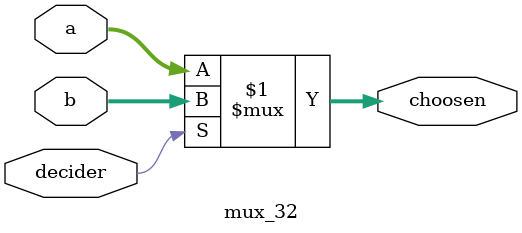
<source format=v>
module mux_32 (input [31:0] a, b, input decider, output [31:0] choosen);
	assign choosen = decider ? b : a;
endmodule
</source>
